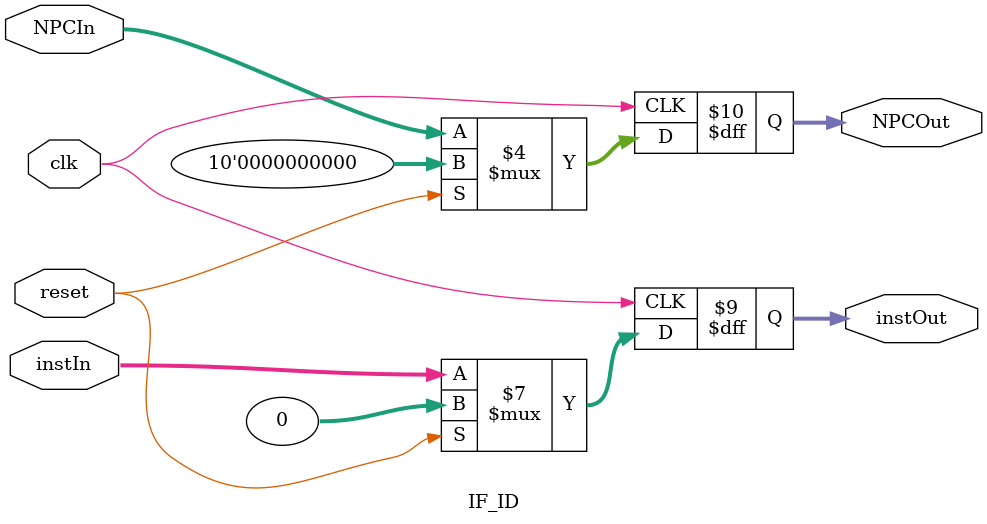
<source format=v>
`timescale 1ns / 1ps

module IF_ID(
		input reset,
		input clk,
		input [31:0] instIn,
		input [9:0] NPCIn,
		output reg [31:0] instOut,
		output reg [9:0] NPCOut
    );
	
initial begin
	NPCOut<=10'b0;
	instOut<=32'b0;
	end
	
always @(posedge clk)     //At every clock cycle, assign output=input
		begin
		if(reset)
			begin
			instOut<=0;
			NPCOut<=0;
			end
		else
			begin
			instOut<=instIn;
			NPCOut<=NPCIn;
			end
		end
endmodule

</source>
